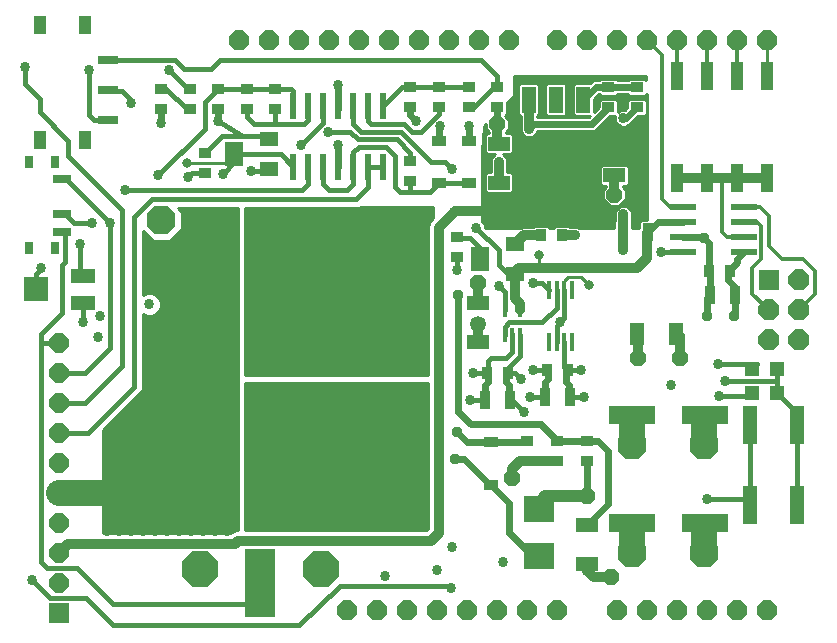
<source format=gtl>
G75*
G70*
%OFA0B0*%
%FSLAX24Y24*%
%IPPOS*%
%LPD*%
%AMOC8*
5,1,8,0,0,1.08239X$1,22.5*
%
%ADD10R,0.0236X0.0866*%
%ADD11R,0.0787X0.0512*%
%ADD12R,0.0787X0.0787*%
%ADD13R,0.0630X0.0512*%
%ADD14R,0.0630X0.0787*%
%ADD15OC8,0.0660*%
%ADD16OC8,0.0700*%
%ADD17R,0.0700X0.0700*%
%ADD18R,0.0984X0.0906*%
%ADD19R,0.0420X0.0350*%
%ADD20R,0.0740X0.0480*%
%ADD21R,0.0480X0.0740*%
%ADD22R,0.1575X0.0630*%
%ADD23R,0.0866X0.0236*%
%ADD24R,0.0380X0.0600*%
%ADD25R,0.0350X0.0420*%
%ADD26R,0.0445X0.0961*%
%ADD27R,0.0140X0.0460*%
%ADD28R,0.0480X0.0360*%
%ADD29R,0.0170X0.0590*%
%ADD30R,0.0591X0.0276*%
%ADD31R,0.0315X0.0394*%
%ADD32OC8,0.0650*%
%ADD33R,0.0650X0.0650*%
%ADD34R,0.0669X0.0276*%
%ADD35R,0.0433X0.0610*%
%ADD36R,0.1000X0.2300*%
%ADD37OC8,0.1210*%
%ADD38C,0.0315*%
%ADD39R,0.0472X0.0472*%
%ADD40R,0.0472X0.1260*%
%ADD41R,0.0480X0.0880*%
%ADD42R,0.1417X0.0866*%
%ADD43C,0.0337*%
%ADD44C,0.0160*%
%ADD45C,0.0376*%
%ADD46C,0.0240*%
%ADD47C,0.0120*%
%ADD48C,0.0100*%
%ADD49C,0.0270*%
%ADD50C,0.0320*%
%ADD51C,0.0531*%
%ADD52OC8,0.0945*%
%ADD53OC8,0.0531*%
%ADD54C,0.0400*%
%ADD55C,0.0860*%
%ADD56C,0.0500*%
D10*
X011171Y016276D03*
X011671Y016276D03*
X012171Y016276D03*
X012671Y016276D03*
X013171Y016276D03*
X013671Y016276D03*
X014171Y016276D03*
X014171Y018324D03*
X013671Y018324D03*
X013171Y018324D03*
X012671Y018324D03*
X012171Y018324D03*
X011671Y018324D03*
X011171Y018324D03*
D11*
X004159Y012653D03*
X004159Y011747D03*
D12*
X002584Y012200D03*
D13*
X010342Y016200D03*
X010342Y017200D03*
X018542Y013700D03*
X018542Y012700D03*
D14*
X017401Y013200D03*
X009201Y016700D03*
D15*
X009371Y020500D03*
X010371Y020500D03*
X011371Y020500D03*
X012371Y020500D03*
X013371Y020500D03*
X014371Y020500D03*
X015371Y020500D03*
X016371Y020500D03*
X017371Y020500D03*
X018371Y020500D03*
X019971Y020500D03*
X020971Y020500D03*
X021971Y020500D03*
X022971Y020500D03*
X023971Y020500D03*
X024971Y020500D03*
X025971Y020500D03*
X026971Y020500D03*
X026971Y001500D03*
X025971Y001500D03*
X024971Y001500D03*
X023971Y001500D03*
X022971Y001500D03*
X021971Y001500D03*
X019971Y001500D03*
X018971Y001500D03*
X017971Y001500D03*
X016971Y001500D03*
X015971Y001500D03*
X014971Y001500D03*
X013971Y001500D03*
X012971Y001500D03*
D16*
X027021Y010500D03*
X028021Y010500D03*
X028021Y011500D03*
X027021Y011500D03*
X028021Y012500D03*
D17*
X027021Y012500D03*
D18*
X019371Y004887D03*
X019371Y003313D03*
D19*
X018971Y006460D03*
X018971Y007140D03*
X019971Y007140D03*
X019971Y006460D03*
X020971Y006460D03*
X020971Y007140D03*
X016621Y013260D03*
X016621Y013940D03*
X015071Y015810D03*
X015071Y016490D03*
X015071Y018260D03*
X015071Y018940D03*
X016021Y018940D03*
X016021Y018260D03*
X017021Y018260D03*
X017021Y018940D03*
X017971Y018940D03*
X017971Y018260D03*
X021671Y018260D03*
X021671Y018940D03*
X022621Y018940D03*
X022621Y018260D03*
X010571Y018210D03*
X009621Y018210D03*
X008671Y018210D03*
X007721Y018210D03*
X007721Y018890D03*
X008671Y018890D03*
X009621Y018890D03*
X010571Y018890D03*
X008221Y016740D03*
X008221Y016060D03*
X006771Y018210D03*
X006771Y018890D03*
D20*
X017321Y011750D03*
X017321Y010450D03*
X018021Y015750D03*
X018021Y017050D03*
X021871Y017300D03*
X021871Y016000D03*
X020971Y004350D03*
X020971Y003050D03*
D21*
X022621Y010700D03*
X023921Y010700D03*
D22*
X024872Y008000D03*
X022471Y008000D03*
X022471Y004400D03*
X024872Y004400D03*
D23*
X024148Y013450D03*
X024148Y013950D03*
X024148Y014450D03*
X024148Y014950D03*
X026195Y014950D03*
X026195Y014450D03*
X026195Y013950D03*
X026195Y013450D03*
D24*
X025881Y012000D03*
X025061Y012000D03*
X022981Y014100D03*
X022161Y014100D03*
X020381Y008600D03*
X019561Y008600D03*
X018381Y008500D03*
X017561Y008500D03*
D25*
X017631Y009400D03*
X018311Y009400D03*
X019631Y009500D03*
X020311Y009500D03*
X025031Y012800D03*
X025711Y012800D03*
X020111Y014000D03*
X019431Y014000D03*
D26*
X023971Y015907D03*
X024971Y015907D03*
X025971Y015907D03*
X026971Y015907D03*
X026971Y019293D03*
X025971Y019293D03*
X024971Y019293D03*
X023971Y019293D03*
D27*
X018731Y011510D03*
X018211Y011510D03*
X018211Y010690D03*
X018471Y010690D03*
X018731Y010690D03*
D28*
X017771Y007109D03*
X017771Y005691D03*
X017021Y015741D03*
X016021Y015741D03*
X016021Y017159D03*
X017021Y017159D03*
D29*
X019691Y012160D03*
X019941Y012160D03*
X020201Y012160D03*
X020451Y012160D03*
X020451Y010440D03*
X020201Y010440D03*
X019941Y010440D03*
X019691Y010440D03*
D30*
X003460Y014114D03*
X003460Y014705D03*
X003460Y015886D03*
D31*
X003205Y016437D03*
X002338Y016437D03*
X002338Y013563D03*
X003205Y013563D03*
D32*
X003371Y010400D03*
X003371Y009400D03*
X003371Y008400D03*
X003371Y007400D03*
X003371Y006400D03*
X003371Y005400D03*
X003371Y004400D03*
X003371Y003400D03*
X003371Y002400D03*
D33*
X003371Y001400D03*
D34*
X004987Y017848D03*
X004987Y018848D03*
X004987Y019848D03*
D35*
X004221Y021019D03*
X002721Y021019D03*
X002721Y017181D03*
X004221Y017181D03*
D36*
X010071Y002400D03*
D37*
X008059Y002860D03*
X012084Y002860D03*
D38*
X021021Y012350D03*
X019371Y013350D03*
X007621Y016400D03*
D39*
X026458Y009550D03*
X027285Y009550D03*
X027285Y008750D03*
X026458Y008750D03*
D40*
X026384Y007689D03*
X027959Y007689D03*
X027959Y005011D03*
X026384Y005011D03*
D41*
X020831Y018520D03*
X019921Y018520D03*
X019011Y018520D03*
D42*
X019921Y016080D03*
D43*
X019021Y017550D03*
X018021Y016450D03*
X016471Y016200D03*
X016071Y017650D03*
X015271Y017800D03*
X017021Y017650D03*
X012671Y017000D03*
X012321Y017450D03*
X011421Y017000D03*
X009771Y016150D03*
X008821Y016050D03*
X007671Y015950D03*
X006671Y016000D03*
X005571Y015500D03*
X005071Y014400D03*
X004471Y014400D03*
X004071Y013700D03*
X002771Y012900D03*
X004721Y011300D03*
X004171Y011100D03*
X004671Y010600D03*
X006371Y011700D03*
X006771Y017750D03*
X005771Y018400D03*
X007021Y019500D03*
X008671Y017800D03*
X012671Y019000D03*
X017271Y014250D03*
X016621Y012850D03*
X018021Y012300D03*
X019171Y012400D03*
X020071Y011100D03*
X020771Y009500D03*
X020871Y008600D03*
X019071Y008600D03*
X018871Y008100D03*
X018771Y009200D03*
X019171Y009500D03*
X017171Y009400D03*
X017071Y008500D03*
X023432Y013450D03*
X022171Y013500D03*
X022171Y014700D03*
X020571Y014000D03*
X022171Y017900D03*
X025321Y009700D03*
X025571Y009150D03*
X025371Y008650D03*
X023771Y009000D03*
X024971Y005200D03*
X018171Y003100D03*
X016471Y003600D03*
X015971Y002850D03*
X016421Y002250D03*
X014221Y002650D03*
X002471Y002500D03*
X004371Y019500D03*
X002221Y019600D03*
D44*
X002471Y002500D02*
X003071Y001900D01*
X004271Y001900D01*
X005171Y001000D01*
X011371Y001000D01*
X012721Y002300D01*
X016421Y002300D01*
X016421Y002250D01*
X010071Y002400D02*
X010071Y001800D01*
X009971Y001700D01*
X005171Y001700D01*
X003971Y002900D01*
X002971Y002900D01*
X002771Y003100D01*
X002771Y010400D01*
X003371Y010400D01*
X002771Y010400D02*
X002771Y010700D01*
X003471Y011400D01*
X003471Y013000D01*
X003571Y013100D01*
X003571Y014003D01*
X003460Y014114D01*
X003871Y014400D02*
X003567Y014705D01*
X003460Y014705D01*
X003871Y014400D02*
X004471Y014400D01*
X005071Y014400D02*
X003571Y015900D01*
X003557Y015886D01*
X003460Y015886D01*
X003671Y016650D02*
X003671Y017150D01*
X002721Y018100D01*
X002721Y018550D01*
X002221Y019050D01*
X002221Y019600D01*
X004371Y019500D02*
X004371Y018000D01*
X004523Y017848D01*
X004987Y017848D01*
X005771Y018400D02*
X005771Y018500D01*
X005471Y018800D01*
X005035Y018800D01*
X004987Y018848D01*
X004987Y019848D02*
X007223Y019848D01*
X007521Y019550D01*
X008421Y019550D01*
X008721Y019850D01*
X017423Y019848D01*
X017971Y019300D01*
X017971Y018940D01*
X017861Y018940D01*
X017181Y018260D01*
X017021Y018260D01*
X017021Y018940D02*
X016021Y018940D01*
X015071Y018940D01*
X014788Y018940D01*
X014171Y018324D01*
X013671Y018324D02*
X013671Y017800D01*
X013771Y017700D01*
X014871Y017700D01*
X015121Y017450D01*
X015421Y017450D01*
X016021Y018050D01*
X016021Y018250D01*
X014771Y017450D02*
X015771Y016450D01*
X016221Y016450D01*
X016471Y016200D01*
X016021Y015741D02*
X015730Y015450D01*
X015071Y015450D01*
X015071Y015810D01*
X015071Y015450D02*
X014721Y015450D01*
X014571Y015600D01*
X014571Y016650D01*
X014271Y016950D01*
X013345Y016950D01*
X013171Y016776D01*
X013171Y016276D01*
X013171Y015700D01*
X012971Y015500D01*
X012371Y015500D01*
X012171Y015700D01*
X012171Y016276D01*
X011671Y016276D02*
X011671Y015700D01*
X011471Y015500D01*
X005571Y015500D01*
X005471Y014850D02*
X003671Y016650D01*
X005471Y014850D02*
X005471Y009638D01*
X004234Y008400D01*
X003371Y008400D01*
X003371Y007400D02*
X004314Y007400D01*
X005871Y008957D01*
X005871Y014600D01*
X006471Y015200D01*
X013271Y015200D01*
X013671Y015600D01*
X013671Y016276D01*
X014171Y016276D01*
X015071Y016490D02*
X015071Y016750D01*
X014621Y017200D01*
X013321Y017200D01*
X013071Y017450D01*
X012321Y017450D01*
X012171Y017750D02*
X011421Y017000D01*
X010748Y016700D02*
X011171Y016276D01*
X010748Y016700D02*
X009201Y016700D01*
X009201Y016429D01*
X008821Y016050D01*
X008221Y016060D02*
X007781Y016060D01*
X007671Y015950D01*
X006671Y016000D02*
X008221Y017550D01*
X008221Y018450D01*
X008661Y018890D01*
X008671Y018890D01*
X009621Y018890D01*
X010571Y018890D01*
X011081Y018890D01*
X011171Y018800D01*
X011171Y018324D01*
X011671Y018324D02*
X011671Y017850D01*
X011521Y017700D01*
X010521Y017700D01*
X010571Y017750D01*
X010571Y018210D01*
X010521Y017700D02*
X009871Y017700D01*
X009621Y017950D01*
X009621Y018210D01*
X009421Y017350D02*
X008671Y017800D01*
X008781Y017300D02*
X009371Y017300D01*
X010121Y017300D01*
X010221Y017200D01*
X010342Y017200D01*
X009421Y017350D02*
X009419Y017337D01*
X009414Y017325D01*
X009406Y017315D01*
X009396Y017307D01*
X009384Y017302D01*
X009371Y017300D01*
X008781Y017300D02*
X008221Y016740D01*
X009771Y016150D02*
X010521Y016150D01*
X010534Y016152D01*
X010546Y016157D01*
X010556Y016165D01*
X010564Y016175D01*
X010569Y016187D01*
X010571Y016200D01*
X010342Y016200D01*
X012171Y017750D02*
X012171Y018324D01*
X013171Y018324D02*
X013171Y017700D01*
X013421Y017450D01*
X014771Y017450D01*
X016021Y015741D02*
X017021Y015741D01*
X017271Y014250D02*
X018021Y013500D01*
X018021Y013000D01*
X018321Y012700D01*
X018542Y012700D01*
X018021Y012300D02*
X018211Y012110D01*
X018211Y011510D01*
X018371Y011100D02*
X019471Y011100D01*
X019941Y011570D01*
X019941Y012160D01*
X019691Y012160D02*
X019451Y012400D01*
X019171Y012400D01*
X020201Y012160D02*
X020201Y011230D01*
X020071Y011100D01*
X019941Y010970D01*
X019941Y010440D01*
X020201Y010440D02*
X020201Y009610D01*
X020311Y009500D01*
X020771Y009500D01*
X020871Y008600D02*
X020381Y008600D01*
X019571Y008600D02*
X019461Y008700D01*
X019561Y008600D01*
X019571Y008600D02*
X019071Y008600D01*
X018871Y008100D02*
X018471Y008500D01*
X018381Y008500D01*
X017561Y008500D02*
X017071Y008500D01*
X017171Y009400D02*
X017631Y009400D01*
X017671Y009440D01*
X017671Y009800D01*
X017771Y009900D01*
X018271Y009900D01*
X018471Y010100D01*
X018471Y010690D01*
X018471Y010700D01*
X018211Y010690D02*
X018211Y010940D01*
X018371Y011100D01*
X018731Y010690D02*
X018731Y009960D01*
X018371Y009600D01*
X018371Y009460D01*
X018311Y009400D01*
X018571Y009400D01*
X018771Y009200D01*
X019171Y009500D02*
X019631Y009500D01*
X016621Y012850D02*
X016621Y013260D01*
X017401Y013200D02*
X017401Y013571D01*
X017071Y013900D01*
X016661Y013900D01*
X016621Y013940D01*
X017401Y013200D02*
X017421Y013179D01*
X017401Y013200D02*
X017471Y013129D01*
X022621Y012900D02*
X022624Y012900D01*
X023432Y013450D02*
X024148Y013450D01*
X024121Y013450D01*
X022971Y014000D02*
X022971Y014090D01*
X025321Y009700D02*
X026608Y009700D01*
X026458Y009550D01*
X026608Y009700D02*
X026621Y009700D01*
X027285Y009550D02*
X027285Y009150D01*
X025571Y009150D01*
X025371Y008650D02*
X026421Y008650D01*
X026408Y008700D01*
X026421Y008702D01*
X026433Y008707D01*
X026443Y008715D01*
X026451Y008725D01*
X026456Y008737D01*
X026458Y008750D01*
X027285Y008750D02*
X027959Y008076D01*
X027959Y007689D01*
X027959Y005011D01*
X027959Y004887D01*
X026384Y005011D02*
X026384Y007689D01*
X027285Y008750D02*
X027285Y009150D01*
X026195Y005200D02*
X024971Y005200D01*
X026195Y005200D02*
X026384Y005011D01*
X025021Y003800D02*
X024871Y003650D01*
X010071Y002400D02*
X009921Y002400D01*
X009871Y002500D02*
X010071Y002400D01*
X009671Y002200D01*
X009671Y001900D01*
X004221Y009400D02*
X003371Y009400D01*
X004221Y009400D02*
X005071Y010250D01*
X005071Y014400D01*
X004071Y013700D02*
X004071Y012740D01*
X004072Y012740D02*
X004074Y012723D01*
X004079Y012707D01*
X004087Y012692D01*
X004097Y012678D01*
X004111Y012668D01*
X004126Y012660D01*
X004142Y012655D01*
X004159Y012653D01*
X004171Y012665D01*
X004159Y011747D02*
X004171Y011735D01*
X004171Y011100D01*
X002584Y012200D02*
X002584Y012713D01*
X002771Y012900D01*
X007611Y018210D02*
X007721Y018210D01*
X007611Y018210D02*
X006931Y018890D01*
X006771Y018890D01*
X007021Y019500D02*
X007621Y018900D01*
X007711Y018900D01*
X007721Y018890D01*
X007721Y018900D01*
D45*
X016671Y012000D03*
X016621Y007450D03*
X016571Y006550D03*
X024971Y011300D03*
X025871Y011300D03*
X024871Y013900D03*
D46*
X024821Y013950D01*
X024148Y013950D01*
X024148Y014450D02*
X023321Y014450D01*
X022981Y014110D01*
X024871Y013900D02*
X025031Y013740D01*
X025031Y012800D01*
X025061Y012770D01*
X025061Y012000D01*
X024971Y011910D01*
X024971Y011300D01*
X025871Y011300D02*
X025881Y011310D01*
X025881Y012000D01*
X025881Y012290D01*
X025671Y012500D01*
X025671Y012800D01*
X025711Y012840D01*
X025711Y012800D01*
X025711Y012840D02*
X025971Y013100D01*
X025971Y013226D01*
X026195Y013450D01*
X021671Y018260D02*
X021111Y017700D01*
X019171Y017700D01*
X019021Y017550D01*
X017971Y017700D02*
X017971Y018260D01*
X017021Y017650D02*
X017021Y017159D01*
X016021Y017159D02*
X016021Y017600D01*
X016071Y017650D01*
X016021Y018250D02*
X016021Y018260D01*
X015271Y017800D02*
X015071Y018000D01*
X015071Y018260D01*
X012671Y018324D02*
X012671Y018200D01*
X012671Y018324D02*
X012671Y019000D01*
X012671Y017000D02*
X012671Y016276D01*
X008671Y017800D02*
X008671Y018210D01*
X006771Y018210D02*
X006771Y017750D01*
X016671Y012000D02*
X016671Y008104D01*
X017076Y007700D01*
X019411Y007700D01*
X019971Y007140D01*
X020971Y007140D01*
X021331Y007140D01*
X021671Y006800D01*
X021671Y005050D01*
X020971Y004350D01*
X020971Y005300D02*
X020971Y006460D01*
X018971Y007140D02*
X018940Y007109D01*
X017771Y007109D01*
X016963Y007109D01*
X016621Y007450D01*
X016571Y006550D02*
X016871Y006550D01*
X017730Y005691D01*
X017771Y005691D01*
X018371Y005091D01*
X018371Y004087D01*
X019159Y003300D01*
X013271Y005100D02*
X013121Y005250D01*
X017571Y008600D02*
X017571Y009000D01*
X017671Y009100D01*
X017671Y009400D01*
X018271Y009400D02*
X018271Y009100D01*
X018371Y009000D01*
X018371Y008600D01*
X019571Y008600D02*
X019571Y009100D01*
X019671Y009200D01*
X019671Y009500D01*
X020271Y009500D02*
X020271Y009100D01*
X020371Y009000D01*
X020371Y008600D01*
X022171Y017900D02*
X022261Y017900D01*
X022621Y018260D01*
X022621Y018940D02*
X021671Y018940D01*
X021251Y018940D01*
X020831Y018520D01*
D47*
X022971Y020500D02*
X023471Y020000D01*
X023471Y015200D01*
X023721Y014950D01*
X024148Y014950D01*
X025471Y014100D02*
X025621Y013950D01*
X026195Y013950D01*
X026621Y014450D02*
X026771Y014300D01*
X026771Y013200D01*
X026471Y012900D01*
X026471Y012050D01*
X027021Y011500D01*
X028021Y011500D02*
X028571Y012050D01*
X028571Y012800D01*
X028171Y013200D01*
X027471Y013200D01*
X027021Y013650D01*
X027021Y014650D01*
X026721Y014950D01*
X026195Y014950D01*
X025471Y014100D02*
X025471Y015900D01*
X024971Y019293D02*
X024971Y020500D01*
X025971Y020500D02*
X025971Y019293D01*
X023971Y019293D02*
X023971Y020500D01*
D48*
X022921Y019300D02*
X022925Y019177D01*
X022877Y019225D01*
X022366Y019225D01*
X022311Y019170D01*
X021982Y019170D01*
X021927Y019225D01*
X021416Y019225D01*
X021361Y019170D01*
X021156Y019170D01*
X021056Y019070D01*
X020546Y019070D01*
X020481Y019006D01*
X020481Y018034D01*
X020546Y017970D01*
X021056Y017970D01*
X021016Y017930D01*
X019281Y017930D01*
X019281Y017970D01*
X019297Y017970D01*
X019361Y018034D01*
X019361Y019006D01*
X019297Y019070D01*
X018726Y019070D01*
X018661Y019006D01*
X018661Y018034D01*
X018726Y017970D01*
X018741Y017970D01*
X018741Y017506D01*
X018743Y017502D01*
X018743Y017495D01*
X018785Y017392D01*
X018864Y017314D01*
X018966Y017272D01*
X019077Y017272D01*
X019179Y017314D01*
X019257Y017392D01*
X019290Y017470D01*
X021207Y017470D01*
X021712Y017975D01*
X021901Y017975D01*
X021893Y017955D01*
X021893Y017845D01*
X021935Y017742D01*
X022014Y017664D01*
X022116Y017622D01*
X022227Y017622D01*
X022329Y017664D01*
X022335Y017670D01*
X022357Y017670D01*
X022491Y017805D01*
X022662Y017975D01*
X022877Y017975D01*
X022941Y018039D01*
X022941Y018481D01*
X022877Y018545D01*
X022366Y018545D01*
X022301Y018481D01*
X022301Y018265D01*
X022215Y018178D01*
X022116Y018178D01*
X022014Y018136D01*
X021991Y018114D01*
X021991Y018481D01*
X021927Y018545D01*
X021416Y018545D01*
X021351Y018481D01*
X021351Y018265D01*
X021181Y018095D01*
X021181Y018545D01*
X021347Y018710D01*
X021361Y018710D01*
X021416Y018655D01*
X021927Y018655D01*
X021982Y018710D01*
X022311Y018710D01*
X022366Y018655D01*
X022877Y018655D01*
X022938Y018716D01*
X022971Y017500D01*
X022971Y014510D01*
X022746Y014510D01*
X022681Y014446D01*
X022681Y014250D01*
X022461Y014250D01*
X022461Y014446D01*
X022441Y014466D01*
X022441Y014624D01*
X022450Y014645D01*
X022450Y014755D01*
X022407Y014858D01*
X022329Y014936D01*
X022227Y014978D01*
X022116Y014978D01*
X022014Y014936D01*
X021935Y014858D01*
X021893Y014755D01*
X021893Y014645D01*
X021901Y014624D01*
X021901Y014486D01*
X021861Y014446D01*
X021861Y014250D01*
X020695Y014250D01*
X020627Y014278D01*
X020516Y014278D01*
X020496Y014270D01*
X020382Y014270D01*
X020332Y014320D01*
X019891Y014320D01*
X019826Y014256D01*
X019826Y014250D01*
X019716Y014250D01*
X019716Y014256D01*
X019652Y014320D01*
X019211Y014320D01*
X019161Y014270D01*
X018789Y014270D01*
X018740Y014250D01*
X017550Y014250D01*
X017550Y014305D01*
X017507Y014408D01*
X017471Y014444D01*
X017471Y016800D01*
X017521Y017650D01*
X017596Y017724D01*
X017596Y017544D01*
X017701Y017439D01*
X017701Y017400D01*
X017606Y017400D01*
X017541Y017336D01*
X017541Y016764D01*
X017606Y016700D01*
X017897Y016700D01*
X017864Y016686D01*
X017785Y016608D01*
X017743Y016505D01*
X017743Y016395D01*
X017751Y016374D01*
X017751Y016100D01*
X017606Y016100D01*
X017541Y016036D01*
X017541Y015464D01*
X017606Y015400D01*
X018437Y015400D01*
X018501Y015464D01*
X018501Y016036D01*
X018437Y016100D01*
X018291Y016100D01*
X018291Y016374D01*
X018300Y016395D01*
X018300Y016505D01*
X018257Y016608D01*
X018179Y016686D01*
X018145Y016700D01*
X018437Y016700D01*
X018501Y016764D01*
X018501Y017336D01*
X018437Y017400D01*
X018241Y017400D01*
X018241Y017439D01*
X018347Y017544D01*
X018347Y017856D01*
X018227Y017975D01*
X018291Y018039D01*
X018291Y018420D01*
X018521Y018650D01*
X018521Y019300D01*
X022921Y019300D01*
X022924Y019215D02*
X022887Y019215D01*
X022356Y019215D02*
X021937Y019215D01*
X021406Y019215D02*
X018521Y019215D01*
X018521Y019117D02*
X021103Y019117D01*
X020494Y019018D02*
X020259Y019018D01*
X020271Y019006D02*
X020207Y019070D01*
X019636Y019070D01*
X019571Y019006D01*
X019571Y018034D01*
X019636Y017970D01*
X020207Y017970D01*
X020271Y018034D01*
X020271Y019006D01*
X020271Y018920D02*
X020481Y018920D01*
X020481Y018821D02*
X020271Y018821D01*
X020271Y018723D02*
X020481Y018723D01*
X020481Y018624D02*
X020271Y018624D01*
X020271Y018526D02*
X020481Y018526D01*
X020481Y018427D02*
X020271Y018427D01*
X020271Y018329D02*
X020481Y018329D01*
X020481Y018230D02*
X020271Y018230D01*
X020271Y018132D02*
X020481Y018132D01*
X020483Y018033D02*
X020270Y018033D01*
X019573Y018033D02*
X019360Y018033D01*
X019361Y018132D02*
X019571Y018132D01*
X019571Y018230D02*
X019361Y018230D01*
X019361Y018329D02*
X019571Y018329D01*
X019571Y018427D02*
X019361Y018427D01*
X019361Y018526D02*
X019571Y018526D01*
X019571Y018624D02*
X019361Y018624D01*
X019361Y018723D02*
X019571Y018723D01*
X019571Y018821D02*
X019361Y018821D01*
X019361Y018920D02*
X019571Y018920D01*
X019584Y019018D02*
X019349Y019018D01*
X018674Y019018D02*
X018521Y019018D01*
X018521Y018920D02*
X018661Y018920D01*
X018661Y018821D02*
X018521Y018821D01*
X018521Y018723D02*
X018661Y018723D01*
X018661Y018624D02*
X018496Y018624D01*
X018397Y018526D02*
X018661Y018526D01*
X018661Y018427D02*
X018299Y018427D01*
X018291Y018329D02*
X018661Y018329D01*
X018661Y018230D02*
X018291Y018230D01*
X018291Y018132D02*
X018661Y018132D01*
X018663Y018033D02*
X018285Y018033D01*
X018268Y017935D02*
X018741Y017935D01*
X018741Y017836D02*
X018347Y017836D01*
X018347Y017738D02*
X018741Y017738D01*
X018741Y017639D02*
X018347Y017639D01*
X018343Y017541D02*
X018741Y017541D01*
X018765Y017442D02*
X018245Y017442D01*
X018493Y017344D02*
X018834Y017344D01*
X018501Y017245D02*
X022971Y017245D01*
X022971Y017147D02*
X018501Y017147D01*
X018501Y017048D02*
X022971Y017048D01*
X022971Y016950D02*
X018501Y016950D01*
X018501Y016851D02*
X022971Y016851D01*
X022971Y016753D02*
X018490Y016753D01*
X018279Y016556D02*
X022971Y016556D01*
X022971Y016654D02*
X018211Y016654D01*
X018300Y016457D02*
X022971Y016457D01*
X022971Y016359D02*
X018291Y016359D01*
X018291Y016260D02*
X021391Y016260D01*
X021391Y016286D02*
X021391Y015714D01*
X021456Y015650D01*
X021601Y015650D01*
X021601Y015611D01*
X021496Y015506D01*
X021496Y015194D01*
X021716Y014974D01*
X022027Y014974D01*
X022247Y015194D01*
X022247Y015506D01*
X022141Y015611D01*
X022141Y015650D01*
X022287Y015650D01*
X022351Y015714D01*
X022351Y016286D01*
X022287Y016350D01*
X021456Y016350D01*
X021391Y016286D01*
X021391Y016162D02*
X018291Y016162D01*
X018474Y016063D02*
X021391Y016063D01*
X021391Y015965D02*
X018501Y015965D01*
X018501Y015866D02*
X021391Y015866D01*
X021391Y015768D02*
X018501Y015768D01*
X018501Y015669D02*
X021437Y015669D01*
X021561Y015571D02*
X018501Y015571D01*
X018501Y015472D02*
X021496Y015472D01*
X021496Y015374D02*
X017471Y015374D01*
X017471Y015472D02*
X017541Y015472D01*
X017541Y015571D02*
X017471Y015571D01*
X017471Y015669D02*
X017541Y015669D01*
X017541Y015768D02*
X017471Y015768D01*
X017471Y015866D02*
X017541Y015866D01*
X017541Y015965D02*
X017471Y015965D01*
X017471Y016063D02*
X017569Y016063D01*
X017471Y016162D02*
X017751Y016162D01*
X017751Y016260D02*
X017471Y016260D01*
X017471Y016359D02*
X017751Y016359D01*
X017743Y016457D02*
X017471Y016457D01*
X017471Y016556D02*
X017764Y016556D01*
X017832Y016654D02*
X017471Y016654D01*
X017471Y016753D02*
X017553Y016753D01*
X017541Y016851D02*
X017474Y016851D01*
X017480Y016950D02*
X017541Y016950D01*
X017541Y017048D02*
X017486Y017048D01*
X017492Y017147D02*
X017541Y017147D01*
X017541Y017245D02*
X017498Y017245D01*
X017503Y017344D02*
X017549Y017344D01*
X017509Y017442D02*
X017698Y017442D01*
X017600Y017541D02*
X017515Y017541D01*
X017521Y017639D02*
X017596Y017639D01*
X019209Y017344D02*
X022971Y017344D01*
X022971Y017442D02*
X019278Y017442D01*
X019281Y017935D02*
X021021Y017935D01*
X021181Y018132D02*
X021218Y018132D01*
X021181Y018230D02*
X021316Y018230D01*
X021351Y018329D02*
X021181Y018329D01*
X021181Y018427D02*
X021351Y018427D01*
X021396Y018526D02*
X021181Y018526D01*
X021261Y018624D02*
X022940Y018624D01*
X022943Y018526D02*
X022896Y018526D01*
X022941Y018427D02*
X022946Y018427D01*
X022941Y018329D02*
X022948Y018329D01*
X022941Y018230D02*
X022951Y018230D01*
X022941Y018132D02*
X022954Y018132D01*
X022957Y018033D02*
X022935Y018033D01*
X022959Y017935D02*
X022621Y017935D01*
X022523Y017836D02*
X022962Y017836D01*
X022965Y017738D02*
X022424Y017738D01*
X022269Y017639D02*
X022968Y017639D01*
X022970Y017541D02*
X021277Y017541D01*
X021376Y017639D02*
X022074Y017639D01*
X021940Y017738D02*
X021474Y017738D01*
X021573Y017836D02*
X021897Y017836D01*
X021893Y017935D02*
X021671Y017935D01*
X021991Y018132D02*
X022009Y018132D01*
X021991Y018230D02*
X022266Y018230D01*
X022301Y018329D02*
X021991Y018329D01*
X021991Y018427D02*
X022301Y018427D01*
X022346Y018526D02*
X021946Y018526D01*
X022351Y016260D02*
X022971Y016260D01*
X022971Y016162D02*
X022351Y016162D01*
X022351Y016063D02*
X022971Y016063D01*
X022971Y015965D02*
X022351Y015965D01*
X022351Y015866D02*
X022971Y015866D01*
X022971Y015768D02*
X022351Y015768D01*
X022306Y015669D02*
X022971Y015669D01*
X022971Y015571D02*
X022182Y015571D01*
X022247Y015472D02*
X022971Y015472D01*
X022971Y015374D02*
X022247Y015374D01*
X022247Y015275D02*
X022971Y015275D01*
X022971Y015177D02*
X022229Y015177D01*
X022131Y015078D02*
X022971Y015078D01*
X022971Y014980D02*
X022032Y014980D01*
X021959Y014881D02*
X017471Y014881D01*
X017471Y014783D02*
X021904Y014783D01*
X021893Y014684D02*
X017471Y014684D01*
X017471Y014586D02*
X021901Y014586D01*
X021901Y014487D02*
X017471Y014487D01*
X017515Y014389D02*
X021861Y014389D01*
X021861Y014290D02*
X020362Y014290D01*
X019861Y014290D02*
X019682Y014290D01*
X019181Y014290D02*
X017550Y014290D01*
X017471Y014980D02*
X021711Y014980D01*
X021612Y015078D02*
X017471Y015078D01*
X017471Y015177D02*
X021514Y015177D01*
X021496Y015275D02*
X017471Y015275D01*
X015821Y014950D02*
X015821Y014573D01*
X015708Y014460D01*
X015651Y014324D01*
X015651Y009350D01*
X009571Y009350D01*
X009571Y014910D01*
X013329Y014910D01*
X013426Y014950D01*
X015821Y014950D01*
X015821Y014881D02*
X009571Y014881D01*
X009571Y014783D02*
X015821Y014783D01*
X015821Y014684D02*
X009571Y014684D01*
X009571Y014586D02*
X015821Y014586D01*
X015735Y014487D02*
X009571Y014487D01*
X009571Y014389D02*
X015678Y014389D01*
X015651Y014290D02*
X009571Y014290D01*
X009571Y014192D02*
X015651Y014192D01*
X015651Y014093D02*
X009571Y014093D01*
X009571Y013995D02*
X015651Y013995D01*
X015651Y013896D02*
X009571Y013896D01*
X009571Y013798D02*
X015651Y013798D01*
X015651Y013699D02*
X009571Y013699D01*
X009571Y013601D02*
X015651Y013601D01*
X015651Y013502D02*
X009571Y013502D01*
X009571Y013404D02*
X015651Y013404D01*
X015651Y013305D02*
X009571Y013305D01*
X009571Y013207D02*
X015651Y013207D01*
X015651Y013108D02*
X009571Y013108D01*
X009571Y013010D02*
X015651Y013010D01*
X015651Y012911D02*
X009571Y012911D01*
X009571Y012813D02*
X015651Y012813D01*
X015651Y012714D02*
X009571Y012714D01*
X009571Y012616D02*
X015651Y012616D01*
X015651Y012517D02*
X009571Y012517D01*
X009571Y012419D02*
X015651Y012419D01*
X015651Y012320D02*
X009571Y012320D01*
X009571Y012222D02*
X015651Y012222D01*
X015651Y012123D02*
X009571Y012123D01*
X009571Y012025D02*
X015651Y012025D01*
X015651Y011926D02*
X009571Y011926D01*
X009571Y011828D02*
X015651Y011828D01*
X015651Y011729D02*
X009571Y011729D01*
X009571Y011631D02*
X015651Y011631D01*
X015651Y011532D02*
X009571Y011532D01*
X009571Y011434D02*
X015651Y011434D01*
X015651Y011335D02*
X009571Y011335D01*
X009571Y011237D02*
X015651Y011237D01*
X015651Y011138D02*
X009571Y011138D01*
X009571Y011040D02*
X015651Y011040D01*
X015651Y010941D02*
X009571Y010941D01*
X009571Y010843D02*
X015651Y010843D01*
X015651Y010744D02*
X009571Y010744D01*
X009571Y010646D02*
X015651Y010646D01*
X015651Y010547D02*
X009571Y010547D01*
X009571Y010449D02*
X015651Y010449D01*
X015651Y010350D02*
X009571Y010350D01*
X009571Y010252D02*
X015651Y010252D01*
X015651Y010153D02*
X009571Y010153D01*
X009571Y010055D02*
X015651Y010055D01*
X015651Y009956D02*
X009571Y009956D01*
X009571Y009858D02*
X015651Y009858D01*
X015651Y009759D02*
X009571Y009759D01*
X009571Y009661D02*
X015651Y009661D01*
X015651Y009562D02*
X009571Y009562D01*
X009571Y009464D02*
X015651Y009464D01*
X015651Y009365D02*
X009571Y009365D01*
X009311Y009365D02*
X006161Y009365D01*
X006161Y009267D02*
X009311Y009267D01*
X009311Y009168D02*
X006161Y009168D01*
X006161Y009070D02*
X009311Y009070D01*
X009311Y008971D02*
X006161Y008971D01*
X006161Y008900D02*
X006161Y011377D01*
X006296Y011322D01*
X006447Y011322D01*
X006586Y011379D01*
X006692Y011486D01*
X006750Y011625D01*
X006750Y011775D01*
X006692Y011914D01*
X006586Y012021D01*
X006447Y012078D01*
X006296Y012078D01*
X006161Y012023D01*
X006161Y014145D01*
X006489Y013818D01*
X007054Y013818D01*
X007454Y014217D01*
X007454Y014783D01*
X007327Y014910D01*
X009311Y014910D01*
X009311Y009402D01*
X009311Y004170D01*
X009248Y004170D01*
X009112Y004114D01*
X009068Y004070D01*
X004821Y004070D01*
X004821Y007497D01*
X006117Y008793D01*
X006161Y008900D01*
X006150Y008873D02*
X009311Y008873D01*
X009311Y008774D02*
X006098Y008774D01*
X006000Y008676D02*
X009311Y008676D01*
X009311Y008577D02*
X005901Y008577D01*
X005803Y008479D02*
X009311Y008479D01*
X009311Y008380D02*
X005704Y008380D01*
X005606Y008282D02*
X009311Y008282D01*
X009311Y008183D02*
X005507Y008183D01*
X005409Y008085D02*
X009311Y008085D01*
X009311Y007986D02*
X005310Y007986D01*
X005212Y007888D02*
X009311Y007888D01*
X009311Y007789D02*
X005113Y007789D01*
X005015Y007691D02*
X009311Y007691D01*
X009311Y007592D02*
X004916Y007592D01*
X004821Y007494D02*
X009311Y007494D01*
X009311Y007395D02*
X004821Y007395D01*
X004821Y007297D02*
X009311Y007297D01*
X009311Y007198D02*
X004821Y007198D01*
X004821Y007100D02*
X009311Y007100D01*
X009311Y007001D02*
X004821Y007001D01*
X004821Y006903D02*
X009311Y006903D01*
X009311Y006804D02*
X004821Y006804D01*
X004821Y006706D02*
X009311Y006706D01*
X009311Y006607D02*
X004821Y006607D01*
X004821Y006509D02*
X009311Y006509D01*
X009311Y006410D02*
X004821Y006410D01*
X004821Y006312D02*
X009311Y006312D01*
X009311Y006213D02*
X004821Y006213D01*
X004821Y006115D02*
X009311Y006115D01*
X009311Y006016D02*
X004821Y006016D01*
X004821Y005918D02*
X009311Y005918D01*
X009311Y005819D02*
X004821Y005819D01*
X004821Y005721D02*
X009311Y005721D01*
X009311Y005622D02*
X004821Y005622D01*
X004821Y005524D02*
X009311Y005524D01*
X009311Y005425D02*
X004821Y005425D01*
X004821Y005327D02*
X009311Y005327D01*
X009311Y005228D02*
X004821Y005228D01*
X004821Y005130D02*
X009311Y005130D01*
X009311Y005031D02*
X004821Y005031D01*
X004821Y004933D02*
X009311Y004933D01*
X009311Y004834D02*
X004821Y004834D01*
X004821Y004736D02*
X009311Y004736D01*
X009311Y004637D02*
X004821Y004637D01*
X004821Y004539D02*
X009311Y004539D01*
X009311Y004440D02*
X004821Y004440D01*
X004821Y004342D02*
X009311Y004342D01*
X009311Y004243D02*
X004821Y004243D01*
X004821Y004145D02*
X009186Y004145D01*
X009571Y004170D02*
X009571Y009090D01*
X015651Y009090D01*
X015651Y004223D01*
X015598Y004170D01*
X009571Y004170D01*
X009571Y004243D02*
X015651Y004243D01*
X015651Y004342D02*
X009571Y004342D01*
X009571Y004440D02*
X015651Y004440D01*
X015651Y004539D02*
X009571Y004539D01*
X009571Y004637D02*
X015651Y004637D01*
X015651Y004736D02*
X009571Y004736D01*
X009571Y004834D02*
X015651Y004834D01*
X015651Y004933D02*
X009571Y004933D01*
X009571Y005031D02*
X015651Y005031D01*
X015651Y005130D02*
X009571Y005130D01*
X009571Y005228D02*
X015651Y005228D01*
X015651Y005327D02*
X009571Y005327D01*
X009571Y005425D02*
X015651Y005425D01*
X015651Y005524D02*
X009571Y005524D01*
X009571Y005622D02*
X015651Y005622D01*
X015651Y005721D02*
X009571Y005721D01*
X009571Y005819D02*
X015651Y005819D01*
X015651Y005918D02*
X009571Y005918D01*
X009571Y006016D02*
X015651Y006016D01*
X015651Y006115D02*
X009571Y006115D01*
X009571Y006213D02*
X015651Y006213D01*
X015651Y006312D02*
X009571Y006312D01*
X009571Y006410D02*
X015651Y006410D01*
X015651Y006509D02*
X009571Y006509D01*
X009571Y006607D02*
X015651Y006607D01*
X015651Y006706D02*
X009571Y006706D01*
X009571Y006804D02*
X015651Y006804D01*
X015651Y006903D02*
X009571Y006903D01*
X009571Y007001D02*
X015651Y007001D01*
X015651Y007100D02*
X009571Y007100D01*
X009571Y007198D02*
X015651Y007198D01*
X015651Y007297D02*
X009571Y007297D01*
X009571Y007395D02*
X015651Y007395D01*
X015651Y007494D02*
X009571Y007494D01*
X009571Y007592D02*
X015651Y007592D01*
X015651Y007691D02*
X009571Y007691D01*
X009571Y007789D02*
X015651Y007789D01*
X015651Y007888D02*
X009571Y007888D01*
X009571Y007986D02*
X015651Y007986D01*
X015651Y008085D02*
X009571Y008085D01*
X009571Y008183D02*
X015651Y008183D01*
X015651Y008282D02*
X009571Y008282D01*
X009571Y008380D02*
X015651Y008380D01*
X015651Y008479D02*
X009571Y008479D01*
X009571Y008577D02*
X015651Y008577D01*
X015651Y008676D02*
X009571Y008676D01*
X009571Y008774D02*
X015651Y008774D01*
X015651Y008873D02*
X009571Y008873D01*
X009571Y008971D02*
X015651Y008971D01*
X015651Y009070D02*
X009571Y009070D01*
X009311Y009464D02*
X006161Y009464D01*
X006161Y009562D02*
X009311Y009562D01*
X009311Y009661D02*
X006161Y009661D01*
X006161Y009759D02*
X009311Y009759D01*
X009311Y009858D02*
X006161Y009858D01*
X006161Y009956D02*
X009311Y009956D01*
X009311Y010055D02*
X006161Y010055D01*
X006161Y010153D02*
X009311Y010153D01*
X009311Y010252D02*
X006161Y010252D01*
X006161Y010350D02*
X009311Y010350D01*
X009311Y010449D02*
X006161Y010449D01*
X006161Y010547D02*
X009311Y010547D01*
X009311Y010646D02*
X006161Y010646D01*
X006161Y010744D02*
X009311Y010744D01*
X009311Y010843D02*
X006161Y010843D01*
X006161Y010941D02*
X009311Y010941D01*
X009311Y011040D02*
X006161Y011040D01*
X006161Y011138D02*
X009311Y011138D01*
X009311Y011237D02*
X006161Y011237D01*
X006161Y011335D02*
X006264Y011335D01*
X006479Y011335D02*
X009311Y011335D01*
X009311Y011434D02*
X006640Y011434D01*
X006711Y011532D02*
X009311Y011532D01*
X009311Y011631D02*
X006750Y011631D01*
X006750Y011729D02*
X009311Y011729D01*
X009311Y011828D02*
X006728Y011828D01*
X006681Y011926D02*
X009311Y011926D01*
X009311Y012025D02*
X006577Y012025D01*
X006166Y012025D02*
X006161Y012025D01*
X006161Y012123D02*
X009311Y012123D01*
X009311Y012222D02*
X006161Y012222D01*
X006161Y012320D02*
X009311Y012320D01*
X009311Y012419D02*
X006161Y012419D01*
X006161Y012517D02*
X009311Y012517D01*
X009311Y012616D02*
X006161Y012616D01*
X006161Y012714D02*
X009311Y012714D01*
X009311Y012813D02*
X006161Y012813D01*
X006161Y012911D02*
X009311Y012911D01*
X009311Y013010D02*
X006161Y013010D01*
X006161Y013108D02*
X009311Y013108D01*
X009311Y013207D02*
X006161Y013207D01*
X006161Y013305D02*
X009311Y013305D01*
X009311Y013404D02*
X006161Y013404D01*
X006161Y013502D02*
X009311Y013502D01*
X009311Y013601D02*
X006161Y013601D01*
X006161Y013699D02*
X009311Y013699D01*
X009311Y013798D02*
X006161Y013798D01*
X006161Y013896D02*
X006410Y013896D01*
X006312Y013995D02*
X006161Y013995D01*
X006161Y014093D02*
X006213Y014093D01*
X007133Y013896D02*
X009311Y013896D01*
X009311Y013995D02*
X007231Y013995D01*
X007330Y014093D02*
X009311Y014093D01*
X009311Y014192D02*
X007428Y014192D01*
X007454Y014290D02*
X009311Y014290D01*
X009311Y014389D02*
X007454Y014389D01*
X007454Y014487D02*
X009311Y014487D01*
X009311Y014586D02*
X007454Y014586D01*
X007454Y014684D02*
X009311Y014684D01*
X009311Y014783D02*
X007454Y014783D01*
X007356Y014881D02*
X009311Y014881D01*
X009171Y016400D02*
X007621Y016400D01*
X009171Y016400D02*
X009201Y016429D01*
X017671Y009440D02*
X017671Y009400D01*
X018271Y009400D02*
X018311Y009400D01*
X020201Y012160D02*
X020201Y012480D01*
X020321Y012600D01*
X020771Y012600D01*
X021021Y012350D01*
X019371Y012800D02*
X019371Y012900D01*
X019371Y013350D01*
X022461Y014290D02*
X022681Y014290D01*
X022681Y014389D02*
X022461Y014389D01*
X022441Y014487D02*
X022723Y014487D01*
X022971Y014586D02*
X022441Y014586D01*
X022450Y014684D02*
X022971Y014684D01*
X022971Y014783D02*
X022439Y014783D01*
X022384Y014881D02*
X022971Y014881D01*
X024971Y015907D02*
X024979Y015900D01*
X025471Y015900D01*
X026195Y014450D02*
X026621Y014450D01*
X026971Y019293D02*
X026971Y020500D01*
D49*
X012721Y013450D03*
X012321Y013450D03*
X011921Y013450D03*
X011921Y013050D03*
X012321Y013050D03*
X012721Y013050D03*
X012721Y012650D03*
X012321Y012650D03*
X011921Y012650D03*
X011521Y012650D03*
X011121Y012650D03*
X010721Y012650D03*
X010321Y012650D03*
X009921Y012650D03*
X009921Y012250D03*
X010321Y012250D03*
X010321Y011850D03*
X009921Y011850D03*
X009921Y011450D03*
X010321Y011450D03*
X010321Y011050D03*
X009921Y011050D03*
X009921Y010650D03*
X010321Y010650D03*
X010321Y010250D03*
X009921Y010250D03*
X009921Y009850D03*
X010321Y009850D03*
X010721Y010250D03*
X011121Y010250D03*
X011521Y010250D03*
X011521Y010650D03*
X011121Y010650D03*
X010721Y010650D03*
X010721Y011050D03*
X011121Y011050D03*
X011521Y011050D03*
X011521Y011450D03*
X011121Y011450D03*
X010721Y011450D03*
X010721Y011850D03*
X011121Y011850D03*
X011521Y011850D03*
X011521Y012250D03*
X011121Y012250D03*
X010721Y012250D03*
X010721Y013050D03*
X010721Y013450D03*
X011121Y013450D03*
X011121Y013050D03*
X011521Y013050D03*
X011521Y013450D03*
X010321Y013450D03*
X009921Y013450D03*
X009921Y013050D03*
X010321Y013050D03*
X010321Y013850D03*
X009921Y013850D03*
X011921Y012250D03*
X012321Y012250D03*
X012721Y012250D03*
X012721Y011850D03*
X012321Y011850D03*
X011921Y011850D03*
X011921Y011450D03*
X012321Y011450D03*
X012721Y011450D03*
X012721Y011050D03*
X012321Y011050D03*
X011921Y011050D03*
X011921Y010650D03*
X012321Y010650D03*
X012721Y010650D03*
X012721Y010250D03*
X012321Y010250D03*
X011921Y010250D03*
X011921Y008850D03*
X012321Y008850D03*
X012721Y008850D03*
X012721Y008450D03*
X012321Y008450D03*
X011921Y008450D03*
X011921Y008050D03*
X012321Y008050D03*
X012721Y008050D03*
X012721Y007650D03*
X012321Y007650D03*
X011921Y007650D03*
X011521Y007650D03*
X011121Y007650D03*
X010721Y007650D03*
X010321Y007650D03*
X009921Y007650D03*
X009921Y007250D03*
X010321Y007250D03*
X010321Y006850D03*
X009921Y006850D03*
X009921Y006450D03*
X010321Y006450D03*
X010321Y006050D03*
X009921Y006050D03*
X009921Y005650D03*
X010321Y005650D03*
X010321Y005250D03*
X009921Y005250D03*
X009921Y004850D03*
X010321Y004850D03*
X010721Y004850D03*
X011121Y004850D03*
X011521Y004850D03*
X011521Y005250D03*
X011121Y005250D03*
X010721Y005250D03*
X010721Y005650D03*
X010721Y006050D03*
X011121Y006050D03*
X011121Y005650D03*
X011521Y005650D03*
X011521Y006050D03*
X011521Y006450D03*
X011121Y006450D03*
X010721Y006450D03*
X010721Y006850D03*
X011121Y006850D03*
X011521Y006850D03*
X011521Y007250D03*
X011121Y007250D03*
X010721Y007250D03*
X010721Y008050D03*
X010721Y008450D03*
X011121Y008450D03*
X011121Y008050D03*
X011521Y008050D03*
X011521Y008450D03*
X011521Y008850D03*
X011121Y008850D03*
X010721Y008850D03*
X010321Y008850D03*
X009921Y008850D03*
X009921Y008450D03*
X009921Y008050D03*
X010321Y008050D03*
X010321Y008450D03*
X008971Y007300D03*
X008571Y007300D03*
X008171Y007300D03*
X007771Y007300D03*
X007371Y007300D03*
X006971Y007300D03*
X006571Y007300D03*
X006171Y007300D03*
X005771Y007300D03*
X005371Y007300D03*
X004971Y007300D03*
X004971Y006900D03*
X004971Y006500D03*
X004971Y006100D03*
X004971Y005700D03*
X004971Y005300D03*
X004971Y004900D03*
X004971Y004500D03*
X004971Y004100D03*
X005371Y004100D03*
X005771Y004100D03*
X006171Y004100D03*
X006171Y004500D03*
X005771Y004500D03*
X005371Y004500D03*
X005371Y004900D03*
X005771Y004900D03*
X006171Y004900D03*
X006171Y005300D03*
X005771Y005300D03*
X005371Y005300D03*
X005371Y005700D03*
X005771Y005700D03*
X006171Y005700D03*
X006171Y006100D03*
X005771Y006100D03*
X005371Y006100D03*
X005371Y006500D03*
X005771Y006500D03*
X006171Y006500D03*
X006171Y006900D03*
X005771Y006900D03*
X005371Y006900D03*
X006571Y006900D03*
X006971Y006900D03*
X007371Y006900D03*
X007371Y006500D03*
X006971Y006500D03*
X006571Y006500D03*
X006571Y006100D03*
X006971Y006100D03*
X007371Y006100D03*
X007371Y005700D03*
X006971Y005700D03*
X006571Y005700D03*
X006571Y005300D03*
X006971Y005300D03*
X007371Y005300D03*
X007371Y004900D03*
X006971Y004900D03*
X006571Y004900D03*
X006571Y004500D03*
X006971Y004500D03*
X007371Y004500D03*
X007371Y004100D03*
X006971Y004100D03*
X006571Y004100D03*
X007771Y004100D03*
X008171Y004100D03*
X008571Y004100D03*
X008571Y004500D03*
X008171Y004500D03*
X007771Y004500D03*
X007771Y004900D03*
X008171Y004900D03*
X008571Y004900D03*
X008571Y005300D03*
X008171Y005300D03*
X007771Y005300D03*
X007771Y005700D03*
X008171Y005700D03*
X008571Y005700D03*
X008571Y006100D03*
X008171Y006100D03*
X007771Y006100D03*
X007771Y006500D03*
X008171Y006500D03*
X008571Y006500D03*
X008571Y006900D03*
X008171Y006900D03*
X007771Y006900D03*
X008971Y006900D03*
X008971Y006500D03*
X008971Y006100D03*
X008971Y005700D03*
X008971Y005300D03*
X008971Y004900D03*
X008971Y004500D03*
X008971Y004100D03*
X011921Y004850D03*
X012321Y004850D03*
X012721Y004850D03*
X012721Y005250D03*
X012321Y005250D03*
X011921Y005250D03*
X011921Y005650D03*
X011921Y006050D03*
X012321Y006050D03*
X012321Y005650D03*
X012721Y005650D03*
X012721Y006050D03*
X012721Y006450D03*
X012321Y006450D03*
X011921Y006450D03*
X011921Y006850D03*
X012321Y006850D03*
X012721Y006850D03*
X012721Y007250D03*
X012321Y007250D03*
X011921Y007250D03*
X013121Y007250D03*
X013121Y006850D03*
X013121Y006450D03*
X013121Y006050D03*
X013121Y005650D03*
X013121Y005250D03*
X013121Y004850D03*
X013121Y007650D03*
X013121Y008050D03*
X013121Y008450D03*
X013121Y008850D03*
D50*
X017321Y010450D02*
X017321Y011050D01*
X017321Y011750D02*
X017321Y012400D01*
X018542Y012700D02*
X018542Y011899D01*
X018731Y011710D01*
X018731Y011510D01*
X018542Y012700D02*
X018544Y012726D01*
X018549Y012752D01*
X018557Y012777D01*
X018569Y012800D01*
X018583Y012822D01*
X018601Y012841D01*
X018620Y012859D01*
X018642Y012873D01*
X018665Y012885D01*
X018690Y012893D01*
X018716Y012898D01*
X018742Y012900D01*
X019371Y012900D01*
X022621Y012900D01*
X022624Y012900D02*
X022971Y013247D01*
X022971Y014090D01*
X022981Y014100D01*
X022981Y014110D01*
X022171Y014110D02*
X022161Y014100D01*
X022171Y014100D02*
X022171Y013500D01*
X022171Y014110D02*
X022171Y014700D01*
X021871Y015350D02*
X021871Y016000D01*
X021871Y017300D02*
X020321Y017300D01*
X019921Y016900D01*
X019921Y016080D01*
X019921Y015380D01*
X019342Y014800D01*
X016571Y014800D01*
X016021Y014250D01*
X016021Y004070D01*
X015751Y003800D01*
X009321Y003800D01*
X009221Y003700D01*
X003671Y003700D01*
X003371Y003400D01*
X018471Y005900D02*
X018471Y006204D01*
X018728Y006460D01*
X018971Y006460D01*
X019971Y006460D01*
X019371Y003313D02*
X019159Y003300D01*
X020971Y003050D02*
X020971Y002824D01*
X021195Y002600D01*
X021771Y002600D01*
X022671Y009900D02*
X022671Y010800D01*
X022621Y010750D01*
X022621Y010700D01*
X022671Y010800D02*
X022571Y010900D01*
X023921Y010700D02*
X024071Y010650D01*
X024071Y009900D01*
X020571Y014000D02*
X020111Y014000D01*
X019431Y014000D02*
X018842Y014000D01*
X018542Y013700D01*
X018571Y012800D02*
X018542Y012771D01*
X018542Y012700D01*
X018642Y012800D01*
X018021Y015750D02*
X018021Y016450D01*
X018021Y017050D02*
X017971Y017100D01*
X017971Y017700D01*
X019011Y017560D02*
X019011Y018520D01*
X019011Y017560D02*
X019021Y017550D01*
X023971Y015907D02*
X024971Y015907D01*
X025971Y015907D01*
X026971Y015907D01*
D51*
X017321Y011050D03*
D52*
X022471Y007000D03*
X024871Y007000D03*
X024871Y003400D03*
X022471Y003400D03*
X006771Y014500D03*
D53*
X017321Y012400D03*
X021871Y015350D03*
X017971Y017700D03*
X022671Y009900D03*
X024071Y009900D03*
X018471Y005900D03*
X020971Y005300D03*
X021771Y002600D03*
D54*
X019371Y004887D02*
X019371Y005000D01*
X019571Y005300D01*
X020971Y005300D01*
D55*
X022471Y004100D02*
X022471Y003400D01*
X024871Y003400D02*
X024871Y003650D01*
X024871Y004100D01*
X024871Y007000D02*
X024871Y007800D01*
X022471Y007700D02*
X022471Y007000D01*
X006571Y005300D02*
X006471Y005400D01*
X003371Y005400D01*
D56*
X022471Y004400D02*
X022471Y004101D01*
X022471Y004100D01*
X024871Y004100D02*
X024872Y004101D01*
X024872Y004400D01*
X024871Y007800D02*
X024872Y007801D01*
X024872Y008000D01*
X022471Y008000D02*
X022471Y007701D01*
X022471Y007700D01*
M02*

</source>
